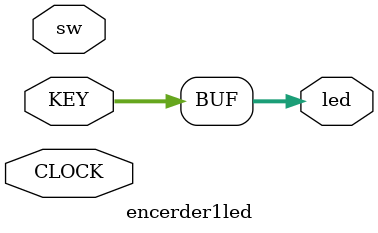
<source format=v>
`timescale 1ns / 1ps


module encerder1led(
    input CLOCK,              //Entrada reloj
    input [3:0] sw,         //Entrada switches
    input [3:0] KEY,        //Entrada botones
    output reg [3:0] led    //Salida Leds   
    );
    
    always @ (sw) 
        begin
            led[0] = KEY[0];//sw[0];
            led[1] = KEY[1];//sw[1];
            led[2] = KEY[2];//sw[2];
            led[3] = KEY[3];//sw[3];
        end
    
endmodule

</source>
